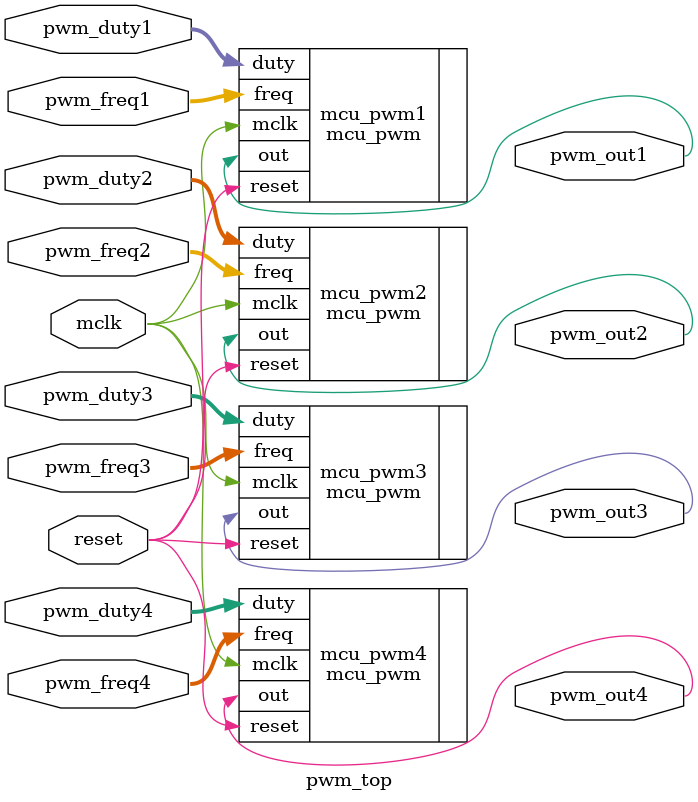
<source format=v>

module pwm_top (
	reset,			// main reset
	mclk ,			// main clock
	
	pwm_freq1, pwm_freq2, pwm_freq3, pwm_freq4,
	pwm_duty1, pwm_duty2, pwm_duty3, pwm_duty4,
	
	pwm_out1,  pwm_out2,  pwm_out3,  pwm_out4
);

input 		reset;
input		mclk;

input  	[15:0]	pwm_freq1, pwm_freq2, pwm_freq3, pwm_freq4 ;
input  	[6:0]	pwm_duty1, pwm_duty2, pwm_duty3, pwm_duty4 ;
output		pwm_out1,  pwm_out2,  pwm_out3,  pwm_out4  ;


wire		pwm_out1;
mcu_pwm 	mcu_pwm1 (
	.reset	(reset		),
	.mclk	(mclk		),
	.freq	(pwm_freq1	),
	.duty	(pwm_duty1	),
	.out	(pwm_out1	)
);

wire		pwm_out2;
mcu_pwm 	mcu_pwm2 (
	.reset	(reset		),
	.mclk	(mclk		),
	.freq	(pwm_freq2	),
	.duty	(pwm_duty2	),
	.out	(pwm_out2	)
);

wire		pwm_out3;
mcu_pwm 	mcu_pwm3 (
	.reset	(reset		),
	.mclk	(mclk		),
	.freq	(pwm_freq3	),
	.duty	(pwm_duty3	),
	.out	(pwm_out3	)
);

wire		pwm_out4;
mcu_pwm 	mcu_pwm4 (
	.reset	(reset		),
	.mclk	(mclk		),
	.freq	(pwm_freq4	),
	.duty	(pwm_duty4	),
	.out	(pwm_out4	)
);


endmodule

</source>
